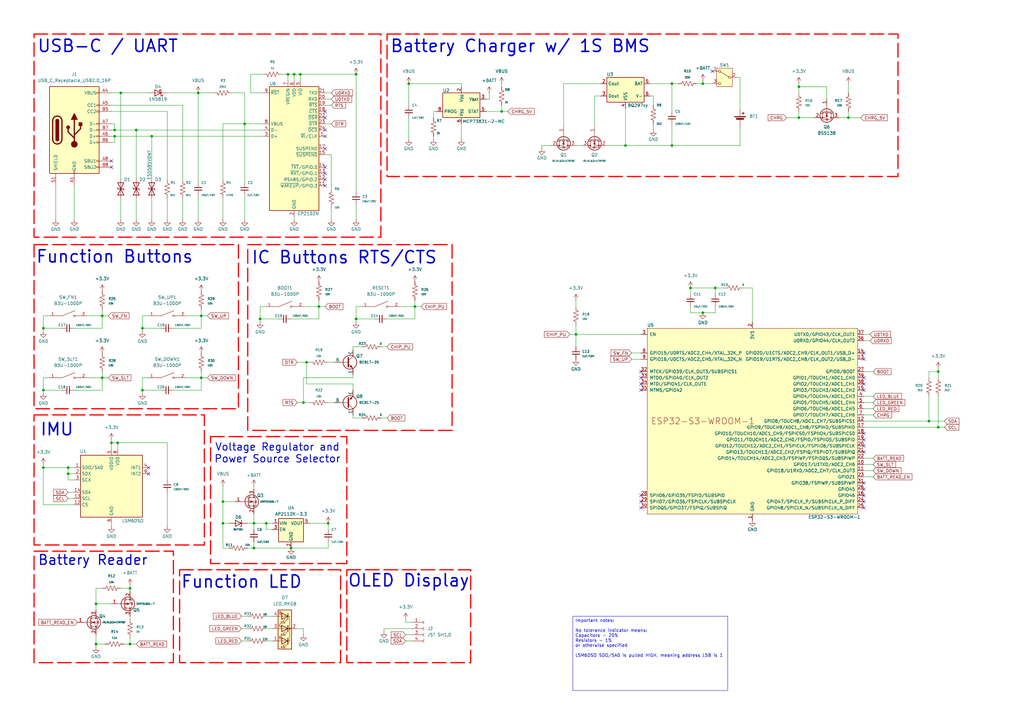
<source format=kicad_sch>
(kicad_sch (version 20250114) (generator "eeschema") (generator_version "9.0")
  (paper "A3")
  (title_block (title "IMU-RC Hand Unit") (date "2025-06-27") (rev "6") (company "ESTG-IPL"))
  (rectangle (start 86.36 179.07) (end 142.24 231.14) (stroke (width 0.508) (type dash) (color 255 0 0 1)))
  (rectangle (start 73.66 233.68) (end 139.7 271.78) (stroke (width 0.508) (type dash) (color 255 0 0 1)))
  (rectangle (start 158.75 13.97) (end 368.3 72.39) (stroke (width 0.508) (type dash) (color 255 0 0 1)))
  (rectangle (start 101.6 100.33) (end 185.42 176.53) (stroke (width 0.508) (type dash) (color 255 0 0 1)))
  (rectangle (start 13.97 170.18) (end 83.82 223.52) (stroke (width 0.508) (type dash) (color 255 0 0 1)))
  (rectangle (start 13.97 13.97) (end 156.21 97.282) (stroke (width 0.508) (type dash) (color 255 0 0 1)))
  (rectangle (start 13.97 100.33) (end 97.79 167.64) (stroke (width 0.508) (type dash) (color 255 0 0 1)))
  (rectangle (start 142.24 233.68) (end 193.04 271.78) (stroke (width 0.508) (type dash) (color 255 0 0 1)))
  (rectangle (start 13.97 226.06) (end 71.12 271.78) (stroke (width 0.508) (type dash) (color 255 0 0 1)))
  (text "Voltage Regulator and\nPower Source Selector\n" (at 113.792 185.928 0) (effects (font (size 3 3) (thickness 0.375))))
  (text "Battery Charger w/ 1S BMS\n" (at 213.36 19.05 0) (effects (font (size 5 5) (thickness 0.625))))
  (text "Function Buttons\n" (at 46.99 105.41 0) (effects (font (size 5 5) (thickness 0.625))))
  (text "IC Buttons RTS/CTS\n\n\n" (at 141.224 113.792 0) (effects (font (size 5 5) (thickness 0.625))))
  (text "USB-C / UART" (at 44.196 19.05 0) (effects (font (size 5 5) (thickness 0.625))))
  (text "Battery Reader\n" (at 38.1 229.87 0) (effects (font (size 4 4) (thickness 0.5))))
  (text "IMU" (at 23.368 176.276 0) (effects (font (size 5 5) (thickness 0.625))))
  (text "OLED Display\n" (at 167.64 238.252 0) (effects (font (size 5 5) (thickness 0.625))))
  (text "Function LED\n" (at 99.06 238.76 0) (effects (font (size 5 5) (thickness 0.625))))
  (text_box "Important notes:\n\nNo tolerance indicator means:\nCapacitors - 20%\nResistors - 1%\nor otherwise specified\n\nLSM6DSO SDO/SA0 is pulled HIGH, meaning address LSB is 1" (at 234.95 252.73 0) (size 63.5 30.48) (margins 0.9525 0.9525 0.9525 0.9525) (effects (font (size 1.27 1.27) (thickness 0.1588)) (justify left top)))
  (junction (at 53.34 264.16))
  (junction (at 205.74 45.72))
  (junction (at 167.64 34.29))
  (junction (at 381 172.72))
  (junction (at 124.46 165.1))
  (junction (at 82.55 129.54))
  (junction (at 125.73 148.59))
  (junction (at 58.42 134.62))
  (junction (at 39.37 247.65))
  (junction (at 275.59 34.29))
  (junction (at 293.37 118.11))
  (junction (at 146.05 130.81))
  (junction (at 46.99 53.34))
  (junction (at 46.99 55.88))
  (junction (at 384.81 152.4))
  (junction (at 27.94 191.77))
  (junction (at 17.78 134.62))
  (junction (at 49.53 38.1))
  (junction (at 62.23 55.88))
  (junction (at 91.44 214.63))
  (junction (at 288.29 34.29))
  (junction (at 120.65 30.48))
  (junction (at 53.34 241.3))
  (junction (at 82.55 154.94))
  (junction (at 41.91 154.94))
  (junction (at 55.88 53.34))
  (junction (at 146.05 30.48))
  (junction (at 27.94 194.31))
  (junction (at 104.14 224.79))
  (junction (at 123.19 30.48))
  (junction (at 39.37 264.16))
  (junction (at 327.66 48.26))
  (junction (at 106.68 130.81))
  (junction (at 81.28 38.1))
  (junction (at 256.54 59.69))
  (junction (at 91.44 205.74))
  (junction (at 384.81 175.26))
  (junction (at 288.29 128.27))
  (junction (at 100.33 50.8))
  (junction (at 134.62 214.63))
  (junction (at 275.59 59.69))
  (junction (at 170.18 125.73))
  (junction (at 236.22 137.16))
  (junction (at 48.26 181.61))
  (junction (at 41.91 129.54))
  (junction (at 17.78 191.77))
  (junction (at 283.21 118.11))
  (junction (at 119.38 224.79))
  (junction (at 17.78 160.02))
  (junction (at 104.14 214.63))
  (junction (at 45.72 181.61))
  (junction (at 347.98 48.26))
  (junction (at 58.42 160.02))
  (junction (at 118.11 30.48))
  (junction (at 109.22 214.63))
  (junction (at 130.81 125.73))
  (junction (at 327.66 35.56))
  (no_connect (at 292.1 29.21))
  (no_connect (at 133.35 55.88))
  (no_connect (at 262.89 205.74))
  (no_connect (at 262.89 152.4))
  (no_connect (at 45.72 68.58))
  (no_connect (at 133.35 71.12))
  (no_connect (at 354.33 203.2))
  (no_connect (at 354.33 144.78))
  (no_connect (at 45.72 66.04))
  (no_connect (at 262.89 203.2))
  (no_connect (at 354.33 185.42))
  (no_connect (at 354.33 147.32))
  (no_connect (at 354.33 157.48))
  (no_connect (at 262.89 154.94))
  (no_connect (at 133.35 48.26))
  (no_connect (at 60.96 191.77))
  (no_connect (at 354.33 182.88))
  (no_connect (at 262.89 208.28))
  (no_connect (at 133.35 76.2))
  (no_connect (at 133.35 68.58))
  (no_connect (at 354.33 205.74))
  (no_connect (at 354.33 200.66))
  (no_connect (at 133.35 60.96))
  (no_connect (at 354.33 154.94))
  (no_connect (at 133.35 73.66))
  (no_connect (at 133.35 45.72))
  (no_connect (at 354.33 160.02))
  (no_connect (at 262.89 160.02))
  (no_connect (at 133.35 53.34))
  (no_connect (at 354.33 180.34))
  (no_connect (at 354.33 177.8))
  (no_connect (at 354.33 198.12))
  (no_connect (at 262.89 157.48))
  (no_connect (at 60.96 194.31))
  (no_connect (at 354.33 208.28))
  (wire (pts (xy 134.62 224.79) (xy 119.38 224.79)))
  (wire (pts (xy 102.87 30.48) (xy 107.95 30.48)))
  (wire (pts (xy 41.91 134.62) (xy 41.91 129.54)))
  (wire (pts (xy 53.34 241.3) (xy 53.34 242.57)))
  (wire (pts (xy 354.33 167.64) (xy 358.14 167.64)))
  (wire (pts (xy 45.72 180.34) (xy 45.72 181.61)))
  (wire (pts (xy 85.09 129.54) (xy 82.55 129.54)))
  (wire (pts (xy 45.72 38.1) (xy 49.53 38.1)))
  (wire (pts (xy 17.78 160.02) (xy 17.78 154.94)))
  (wire (pts (xy 347.98 48.26) (xy 347.98 45.72)))
  (wire (pts (xy 120.65 30.48) (xy 118.11 30.48)))
  (wire (pts (xy 76.2 154.94) (xy 82.55 154.94)))
  (wire (pts (xy 146.05 130.81) (xy 146.05 125.73)))
  (wire (pts (xy 327.66 48.26) (xy 322.58 48.26)))
  (wire (pts (xy 231.14 34.29) (xy 246.38 34.29)))
  (wire (pts (xy 58.42 134.62) (xy 66.04 134.62)))
  (wire (pts (xy 275.59 34.29) (xy 278.13 34.29)))
  (wire (pts (xy 243.84 52.07) (xy 243.84 39.37)))
  (wire (pts (xy 144.78 160.02) (xy 144.78 157.48)))
  (wire (pts (xy 17.78 191.77) (xy 27.94 191.77)))
  (wire (pts (xy 91.44 50.8) (xy 91.44 73.66)))
  (wire (pts (xy 109.22 257.81) (xy 111.76 257.81)))
  (wire (pts (xy 45.72 184.15) (xy 45.72 181.61)))
  (wire (pts (xy 17.78 134.62) (xy 17.78 129.54)))
  (wire (pts (xy 200.66 38.1) (xy 200.66 40.64)))
  (wire (pts (xy 344.17 48.26) (xy 347.98 48.26)))
  (wire (pts (xy 82.55 127) (xy 82.55 129.54)))
  (wire (pts (xy 17.78 129.54) (xy 20.32 129.54)))
  (wire (pts (xy 27.94 191.77) (xy 27.94 194.31)))
  (wire (pts (xy 222.25 60.96) (xy 222.25 59.69)))
  (wire (pts (xy 170.18 123.19) (xy 170.18 125.73)))
  (wire (pts (xy 17.78 191.77) (xy 17.78 207.01)))
  (wire (pts (xy 27.94 191.77) (xy 30.48 191.77)))
  (wire (pts (xy 120.65 88.9) (xy 120.65 90.17)))
  (wire (pts (xy 177.8 45.72) (xy 179.07 45.72)))
  (wire (pts (xy 156.21 142.24) (xy 158.75 142.24)))
  (wire (pts (xy 109.22 214.63) (xy 111.76 214.63)))
  (wire (pts (xy 17.78 160.02) (xy 25.4 160.02)))
  (wire (pts (xy 354.33 152.4) (xy 358.14 152.4)))
  (wire (pts (xy 39.37 247.65) (xy 45.72 247.65)))
  (wire (pts (xy 100.33 50.8) (xy 107.95 50.8)))
  (wire (pts (xy 62.23 55.88) (xy 107.95 55.88)))
  (wire (pts (xy 354.33 170.18) (xy 358.14 170.18)))
  (wire (pts (xy 177.8 57.15) (xy 177.8 55.88)))
  (wire (pts (xy 303.53 31.75) (xy 303.53 44.45)))
  (wire (pts (xy 82.55 134.62) (xy 82.55 129.54)))
  (wire (pts (xy 30.48 76.2) (xy 30.48 90.17)))
  (wire (pts (xy 231.14 52.07) (xy 231.14 34.29)))
  (wire (pts (xy 100.33 38.1) (xy 100.33 50.8)))
  (wire (pts (xy 205.74 45.72) (xy 208.28 45.72)))
  (wire (pts (xy 384.81 152.4) (xy 381 152.4)))
  (wire (pts (xy 236.22 133.35) (xy 236.22 137.16)))
  (wire (pts (xy 354.33 139.7) (xy 356.87 139.7)))
  (wire (pts (xy 102.87 38.1) (xy 102.87 30.48)))
  (wire (pts (xy 124.46 165.1) (xy 127 165.1)))
  (wire (pts (xy 53.34 240.03) (xy 53.34 241.3)))
  (wire (pts (xy 347.98 48.26) (xy 353.06 48.26)))
  (wire (pts (xy 288.29 34.29) (xy 292.1 34.29)))
  (wire (pts (xy 91.44 205.74) (xy 96.52 205.74)))
  (wire (pts (xy 288.29 33.02) (xy 288.29 34.29)))
  (wire (pts (xy 134.62 214.63) (xy 127 214.63)))
  (wire (pts (xy 39.37 264.16) (xy 39.37 265.43)))
  (wire (pts (xy 384.81 151.13) (xy 384.81 152.4)))
  (wire (pts (xy 327.66 34.29) (xy 327.66 35.56)))
  (wire (pts (xy 46.99 55.88) (xy 46.99 58.42)))
  (wire (pts (xy 81.28 38.1) (xy 87.63 38.1)))
  (wire (pts (xy 30.48 160.02) (xy 41.91 160.02)))
  (wire (pts (xy 91.44 199.39) (xy 91.44 205.74)))
  (wire (pts (xy 157.48 257.81) (xy 168.91 257.81)))
  (wire (pts (xy 124.46 154.94) (xy 124.46 165.1)))
  (wire (pts (xy 189.23 35.56) (xy 189.23 34.29)))
  (wire (pts (xy 127 148.59) (xy 125.73 148.59)))
  (wire (pts (xy 109.22 262.89) (xy 111.76 262.89)))
  (wire (pts (xy 58.42 135.89) (xy 58.42 134.62)))
  (wire (pts (xy 55.88 53.34) (xy 55.88 73.66)))
  (wire (pts (xy 283.21 118.11) (xy 283.21 120.65)))
  (wire (pts (xy 53.34 252.73) (xy 53.34 254)))
  (wire (pts (xy 99.06 262.89) (xy 101.6 262.89)))
  (wire (pts (xy 144.78 170.18) (xy 144.78 171.45)))
  (wire (pts (xy 133.35 38.1) (xy 135.89 38.1)))
  (wire (pts (xy 267.97 50.8) (xy 267.97 53.34)))
  (wire (pts (xy 45.72 53.34) (xy 46.99 53.34)))
  (wire (pts (xy 133.35 50.8) (xy 135.89 50.8)))
  (wire (pts (xy 172.72 125.73) (xy 170.18 125.73)))
  (wire (pts (xy 144.78 142.24) (xy 148.59 142.24)))
  (wire (pts (xy 41.91 152.4) (xy 41.91 154.94)))
  (wire (pts (xy 133.35 125.73) (xy 130.81 125.73)))
  (wire (pts (xy 293.37 120.65) (xy 293.37 118.11)))
  (wire (pts (xy 236.22 137.16) (xy 236.22 142.24)))
  (wire (pts (xy 71.12 160.02) (xy 82.55 160.02)))
  (wire (pts (xy 76.2 129.54) (xy 82.55 129.54)))
  (wire (pts (xy 236.22 137.16) (xy 262.89 137.16)))
  (wire (pts (xy 17.78 161.29) (xy 17.78 160.02)))
  (wire (pts (xy 91.44 214.63) (xy 91.44 205.74)))
  (wire (pts (xy 101.6 224.79) (xy 104.14 224.79)))
  (wire (pts (xy 39.37 241.3) (xy 39.37 247.65)))
  (wire (pts (xy 58.42 154.94) (xy 60.96 154.94)))
  (wire (pts (xy 144.78 154.94) (xy 124.46 154.94)))
  (wire (pts (xy 134.62 222.25) (xy 134.62 224.79)))
  (wire (pts (xy 354.33 190.5) (xy 358.14 190.5)))
  (wire (pts (xy 55.88 53.34) (xy 107.95 53.34)))
  (wire (pts (xy 236.22 59.69) (xy 238.76 59.69)))
  (wire (pts (xy 275.59 59.69) (xy 303.53 59.69)))
  (wire (pts (xy 354.33 175.26) (xy 384.81 175.26)))
  (wire (pts (xy 39.37 264.16) (xy 43.18 264.16)))
  (wire (pts (xy 327.66 48.26) (xy 334.01 48.26)))
  (wire (pts (xy 189.23 50.8) (xy 189.23 57.15)))
  (wire (pts (xy 41.91 241.3) (xy 39.37 241.3)))
  (wire (pts (xy 58.42 129.54) (xy 60.96 129.54)))
  (wire (pts (xy 267.97 43.18) (xy 267.97 39.37)))
  (wire (pts (xy 58.42 161.29) (xy 58.42 160.02)))
  (wire (pts (xy 53.34 264.16) (xy 55.88 264.16)))
  (wire (pts (xy 68.58 45.72) (xy 68.58 73.66)))
  (wire (pts (xy 156.21 171.45) (xy 158.75 171.45)))
  (wire (pts (xy 68.58 45.72) (xy 45.72 45.72)))
  (wire (pts (xy 168.91 255.27) (xy 166.37 255.27)))
  (wire (pts (xy 134.62 165.1) (xy 137.16 165.1)))
  (wire (pts (xy 166.37 255.27) (xy 166.37 254)))
  (wire (pts (xy 91.44 81.28) (xy 91.44 90.17)))
  (wire (pts (xy 133.35 43.18) (xy 135.89 43.18)))
  (wire (pts (xy 304.8 118.11) (xy 308.61 118.11)))
  (wire (pts (xy 111.76 217.17) (xy 109.22 217.17)))
  (wire (pts (xy 167.64 34.29) (xy 167.64 43.18)))
  (wire (pts (xy 354.33 193.04) (xy 358.14 193.04)))
  (wire (pts (xy 146.05 83.82) (xy 146.05 90.17)))
  (wire (pts (xy 74.93 81.28) (xy 74.93 90.17)))
  (wire (pts (xy 135.89 85.09) (xy 135.89 90.17)))
  (wire (pts (xy 384.81 152.4) (xy 384.81 154.94)))
  (wire (pts (xy 293.37 128.27) (xy 288.29 128.27)))
  (wire (pts (xy 91.44 214.63) (xy 93.98 214.63)))
  (wire (pts (xy 99.06 257.81) (xy 101.6 257.81)))
  (wire (pts (xy 68.58 181.61) (xy 48.26 181.61)))
  (wire (pts (xy 30.48 134.62) (xy 41.91 134.62)))
  (wire (pts (xy 17.78 207.01) (xy 30.48 207.01)))
  (wire (pts (xy 46.99 58.42) (xy 45.72 58.42)))
  (wire (pts (xy 347.98 34.29) (xy 347.98 38.1)))
  (wire (pts (xy 45.72 55.88) (xy 46.99 55.88)))
  (wire (pts (xy 130.81 130.81) (xy 130.81 125.73)))
  (wire (pts (xy 27.94 196.85) (xy 30.48 196.85)))
  (wire (pts (xy 248.92 59.69) (xy 256.54 59.69)))
  (wire (pts (xy 109.22 217.17) (xy 109.22 214.63)))
  (wire (pts (xy 53.34 264.16) (xy 53.34 261.62)))
  (wire (pts (xy 74.93 43.18) (xy 74.93 73.66)))
  (wire (pts (xy 123.19 30.48) (xy 123.19 33.02)))
  (wire (pts (xy 104.14 210.82) (xy 104.14 214.63)))
  (wire (pts (xy 327.66 35.56) (xy 327.66 38.1)))
  (wire (pts (xy 100.33 50.8) (xy 100.33 74.93)))
  (wire (pts (xy 49.53 81.28) (xy 49.53 90.17)))
  (wire (pts (xy 44.45 129.54) (xy 41.91 129.54)))
  (wire (pts (xy 205.74 43.18) (xy 205.74 45.72)))
  (wire (pts (xy 71.12 134.62) (xy 82.55 134.62)))
  (wire (pts (xy 233.68 137.16) (xy 236.22 137.16)))
  (wire (pts (xy 85.09 154.94) (xy 82.55 154.94)))
  (wire (pts (xy 199.39 45.72) (xy 205.74 45.72)))
  (wire (pts (xy 256.54 59.69) (xy 275.59 59.69)))
  (wire (pts (xy 166.37 262.89) (xy 168.91 262.89)))
  (wire (pts (xy 68.58 38.1) (xy 81.28 38.1)))
  (wire (pts (xy 177.8 48.26) (xy 177.8 45.72)))
  (wire (pts (xy 46.99 50.8) (xy 45.72 50.8)))
  (wire (pts (xy 135.89 77.47) (xy 135.89 63.5)))
  (wire (pts (xy 101.6 214.63) (xy 104.14 214.63)))
  (wire (pts (xy 44.45 154.94) (xy 41.91 154.94)))
  (wire (pts (xy 200.66 40.64) (xy 199.39 40.64)))
  (wire (pts (xy 81.28 38.1) (xy 81.28 74.93)))
  (wire (pts (xy 91.44 214.63) (xy 91.44 224.79)))
  (wire (pts (xy 104.14 199.39) (xy 104.14 200.66)))
  (wire (pts (xy 104.14 222.25) (xy 104.14 224.79)))
  (wire (pts (xy 118.11 30.48) (xy 115.57 30.48)))
  (wire (pts (xy 58.42 160.02) (xy 58.42 154.94)))
  (wire (pts (xy 130.81 123.19) (xy 130.81 125.73)))
  (wire (pts (xy 39.37 250.19) (xy 39.37 247.65)))
  (wire (pts (xy 99.06 252.73) (xy 101.6 252.73)))
  (wire (pts (xy 95.25 38.1) (xy 100.33 38.1)))
  (wire (pts (xy 135.89 63.5) (xy 133.35 63.5)))
  (wire (pts (xy 58.42 134.62) (xy 58.42 129.54)))
  (wire (pts (xy 384.81 175.26) (xy 387.35 175.26)))
  (wire (pts (xy 125.73 157.48) (xy 125.73 148.59)))
  (wire (pts (xy 82.55 160.02) (xy 82.55 154.94)))
  (wire (pts (xy 68.58 81.28) (xy 68.58 90.17)))
  (wire (pts (xy 267.97 39.37) (xy 266.7 39.37)))
  (wire (pts (xy 288.29 128.27) (xy 283.21 128.27)))
  (wire (pts (xy 303.53 59.69) (xy 303.53 52.07)))
  (wire (pts (xy 222.25 59.69) (xy 226.06 59.69)))
  (wire (pts (xy 82.55 152.4) (xy 82.55 154.94)))
  (wire (pts (xy 236.22 125.73) (xy 236.22 123.19)))
  (wire (pts (xy 49.53 38.1) (xy 60.96 38.1)))
  (wire (pts (xy 283.21 118.11) (xy 293.37 118.11)))
  (wire (pts (xy 104.14 217.17) (xy 104.14 214.63)))
  (wire (pts (xy 41.91 127) (xy 41.91 129.54)))
  (wire (pts (xy 121.92 165.1) (xy 124.46 165.1)))
  (wire (pts (xy 256.54 44.45) (xy 256.54 59.69)))
  (wire (pts (xy 133.35 40.64) (xy 135.89 40.64)))
  (wire (pts (xy 384.81 162.56) (xy 384.81 175.26)))
  (wire (pts (xy 81.28 80.01) (xy 81.28 90.17)))
  (wire (pts (xy 35.56 129.54) (xy 41.91 129.54)))
  (wire (pts (xy 30.48 194.31) (xy 27.94 194.31)))
  (wire (pts (xy 339.09 35.56) (xy 327.66 35.56)))
  (wire (pts (xy 134.62 217.17) (xy 134.62 214.63)))
  (wire (pts (xy 170.18 130.81) (xy 170.18 125.73)))
  (wire (pts (xy 120.65 33.02) (xy 120.65 30.48)))
  (wire (pts (xy 293.37 125.73) (xy 293.37 128.27)))
  (wire (pts (xy 100.33 80.01) (xy 100.33 90.17)))
  (wire (pts (xy 327.66 48.26) (xy 327.66 45.72)))
  (wire (pts (xy 62.23 81.28) (xy 62.23 90.17)))
  (wire (pts (xy 121.92 148.59) (xy 125.73 148.59)))
  (wire (pts (xy 259.08 147.32) (xy 262.89 147.32)))
  (wire (pts (xy 354.33 137.16) (xy 356.87 137.16)))
  (wire (pts (xy 157.48 259.08) (xy 157.48 257.81)))
  (wire (pts (xy 17.78 190.5) (xy 17.78 191.77)))
  (wire (pts (xy 106.68 130.81) (xy 114.3 130.81)))
  (wire (pts (xy 109.22 252.73) (xy 111.76 252.73)))
  (wire (pts (xy 275.59 50.8) (xy 275.59 59.69)))
  (wire (pts (xy 68.58 196.85) (xy 68.58 181.61)))
  (wire (pts (xy 45.72 43.18) (xy 74.93 43.18)))
  (wire (pts (xy 146.05 30.48) (xy 146.05 78.74)))
  (wire (pts (xy 144.78 153.67) (xy 144.78 154.94)))
  (wire (pts (xy 22.86 76.2) (xy 22.86 90.17)))
  (wire (pts (xy 119.38 130.81) (xy 130.81 130.81)))
  (wire (pts (xy 41.91 160.02) (xy 41.91 154.94)))
  (wire (pts (xy 46.99 55.88) (xy 62.23 55.88)))
  (wire (pts (xy 62.23 55.88) (xy 62.23 73.66)))
  (wire (pts (xy 146.05 125.73) (xy 148.59 125.73)))
  (wire (pts (xy 17.78 134.62) (xy 25.4 134.62)))
  (wire (pts (xy 124.46 257.81) (xy 121.92 257.81)))
  (wire (pts (xy 27.94 204.47) (xy 30.48 204.47)))
  (wire (pts (xy 354.33 172.72) (xy 381 172.72)))
  (wire (pts (xy 107.95 38.1) (xy 102.87 38.1)))
  (wire (pts (xy 118.11 33.02) (xy 118.11 30.48)))
  (wire (pts (xy 266.7 34.29) (xy 275.59 34.29)))
  (wire (pts (xy 49.53 241.3) (xy 53.34 241.3)))
  (wire (pts (xy 283.21 128.27) (xy 283.21 125.73)))
  (wire (pts (xy 354.33 165.1) (xy 358.14 165.1)))
  (wire (pts (xy 45.72 214.63) (xy 45.72 215.9)))
  (wire (pts (xy 91.44 224.79) (xy 93.98 224.79)))
  (wire (pts (xy 45.72 181.61) (xy 48.26 181.61)))
  (wire (pts (xy 124.46 125.73) (xy 130.81 125.73)))
  (wire (pts (xy 27.94 201.93) (xy 30.48 201.93)))
  (wire (pts (xy 91.44 50.8) (xy 100.33 50.8)))
  (wire (pts (xy 144.78 157.48) (xy 125.73 157.48)))
  (wire (pts (xy 17.78 135.89) (xy 17.78 134.62)))
  (wire (pts (xy 27.94 194.31) (xy 27.94 196.85)))
  (wire (pts (xy 381 154.94) (xy 381 152.4)))
  (wire (pts (xy 144.78 143.51) (xy 144.78 142.24)))
  (wire (pts (xy 167.64 34.29) (xy 189.23 34.29)))
  (wire (pts (xy 144.78 171.45) (xy 148.59 171.45)))
  (wire (pts (xy 163.83 125.73) (xy 170.18 125.73)))
  (wire (pts (xy 39.37 260.35) (xy 39.37 264.16)))
  (wire (pts (xy 167.64 57.15) (xy 167.64 48.26)))
  (wire (pts (xy 146.05 130.81) (xy 153.67 130.81)))
  (wire (pts (xy 146.05 132.08) (xy 146.05 130.81)))
  (wire (pts (xy 123.19 30.48) (xy 146.05 30.48)))
  (wire (pts (xy 58.42 160.02) (xy 66.04 160.02)))
  (wire (pts (xy 158.75 130.81) (xy 170.18 130.81)))
  (wire (pts (xy 17.78 154.94) (xy 20.32 154.94)))
  (wire (pts (xy 293.37 118.11) (xy 297.18 118.11)))
  (wire (pts (xy 124.46 260.35) (xy 124.46 257.81)))
  (wire (pts (xy 106.68 132.08) (xy 106.68 130.81)))
  (wire (pts (xy 104.14 224.79) (xy 119.38 224.79)))
  (wire (pts (xy 354.33 162.56) (xy 358.14 162.56)))
  (wire (pts (xy 120.65 30.48) (xy 123.19 30.48)))
  (wire (pts (xy 106.68 130.81) (xy 106.68 125.73)))
  (wire (pts (xy 49.53 38.1) (xy 49.53 73.66)))
  (wire (pts (xy 339.09 40.64) (xy 339.09 35.56)))
  (wire (pts (xy 68.58 201.93) (xy 68.58 215.9)))
  (wire (pts (xy 275.59 45.72) (xy 275.59 34.29)))
  (wire (pts (xy 303.53 31.75) (xy 302.26 31.75)))
  (wire (pts (xy 354.33 187.96) (xy 358.14 187.96)))
  (wire (pts (xy 46.99 53.34) (xy 46.99 50.8)))
  (wire (pts (xy 106.68 125.73) (xy 109.22 125.73)))
  (wire (pts (xy 354.33 195.58) (xy 358.14 195.58)))
  (wire (pts (xy 308.61 118.11) (xy 308.61 132.08)))
  (wire (pts (xy 48.26 181.61) (xy 48.26 184.15)))
  (wire (pts (xy 381 172.72) (xy 387.35 172.72)))
  (wire (pts (xy 285.75 34.29) (xy 288.29 34.29)))
  (wire (pts (xy 46.99 53.34) (xy 55.88 53.34)))
  (wire (pts (xy 166.37 260.35) (xy 168.91 260.35)))
  (wire (pts (xy 55.88 81.28) (xy 55.88 90.17)))
  (wire (pts (xy 205.74 34.29) (xy 205.74 35.56)))
  (wire (pts (xy 243.84 39.37) (xy 246.38 39.37)))
  (wire (pts (xy 35.56 154.94) (xy 41.91 154.94)))
  (wire (pts (xy 104.14 214.63) (xy 109.22 214.63)))
  (wire (pts (xy 50.8 264.16) (xy 53.34 264.16)))
  (wire (pts (xy 381 172.72) (xy 381 162.56)))
  (wire (pts (xy 259.08 144.78) (xy 262.89 144.78)))
  (wire (pts (xy 134.62 148.59) (xy 137.16 148.59)))
  (global_label "BATT_READ" (shape input) (at 358.14 187.96 0) (property "Intersheetrefs" "${INTERSHEET_REFS}" (effects (hide yes))))
  (global_label "SW_SLT" (shape input) (at 44.45 154.94 0) (property "Intersheetrefs" "${INTERSHEET_REFS}" (effects (hide yes))))
  (global_label "BOOT" (shape input) (at 133.35 125.73 0) (property "Intersheetrefs" "${INTERSHEET_REFS}" (effects (hide yes))))
  (global_label "BATT_READ" (shape input) (at 55.88 264.16 0) (property "Intersheetrefs" "${INTERSHEET_REFS}" (effects (hide yes))))
  (global_label "BATT_READ_EN" (shape input) (at 358.14 195.58 0) (property "Intersheetrefs" "${INTERSHEET_REFS}" (effects (hide yes))))
  (global_label "RTS" (shape input) (at 135.89 43.18 0) (property "Intersheetrefs" "${INTERSHEET_REFS}" (effects (hide yes))))
  (global_label "CHIP_PU" (shape input) (at 172.72 125.73 0) (property "Intersheetrefs" "${INTERSHEET_REFS}" (effects (hide yes))))
  (global_label "SDA" (shape input) (at 387.35 172.72 0) (property "Intersheetrefs" "${INTERSHEET_REFS}" (effects (hide yes))))
  (global_label "CHRG" (shape input) (at 358.14 170.18 0) (property "Intersheetrefs" "${INTERSHEET_REFS}" (effects (hide yes))))
  (global_label "LED_BLUE" (shape input) (at 358.14 162.56 0) (property "Intersheetrefs" "${INTERSHEET_REFS}" (effects (hide yes))))
  (global_label "CHIP_PU" (shape input) (at 233.68 137.16 180) (property "Intersheetrefs" "${INTERSHEET_REFS}" (effects (hide yes))))
  (global_label "RTS" (shape input) (at 121.92 165.1 180) (property "Intersheetrefs" "${INTERSHEET_REFS}" (effects (hide yes))))
  (global_label "SCL" (shape input) (at 27.94 204.47 180) (property "Intersheetrefs" "${INTERSHEET_REFS}" (effects (hide yes))))
  (global_label "CHRG_5V" (shape input) (at 353.06 48.26 0) (property "Intersheetrefs" "${INTERSHEET_REFS}" (effects (hide yes))))
  (global_label "SW_UP" (shape input) (at 259.08 147.32 180) (property "Intersheetrefs" "${INTERSHEET_REFS}" (effects (hide yes))))
  (global_label "SCL" (shape input) (at 387.35 175.26 0) (property "Intersheetrefs" "${INTERSHEET_REFS}" (effects (hide yes))))
  (global_label "CHRG_5V" (shape input) (at 208.28 45.72 0) (property "Intersheetrefs" "${INTERSHEET_REFS}" (effects (hide yes))))
  (global_label "SDA" (shape input) (at 166.37 262.89 180) (property "Intersheetrefs" "${INTERSHEET_REFS}" (effects (hide yes))))
  (global_label "SW_FN" (shape input) (at 259.08 144.78 180) (property "Intersheetrefs" "${INTERSHEET_REFS}" (effects (hide yes))))
  (global_label "LED_RED" (shape input) (at 99.06 262.89 180) (property "Intersheetrefs" "${INTERSHEET_REFS}" (effects (hide yes))))
  (global_label "SW_FN" (shape input) (at 44.45 129.54 0) (property "Intersheetrefs" "${INTERSHEET_REFS}" (effects (hide yes))))
  (global_label "LED_BLUE" (shape input) (at 99.06 252.73 180) (property "Intersheetrefs" "${INTERSHEET_REFS}" (effects (hide yes))))
  (global_label "DTR" (shape input) (at 121.92 148.59 180) (property "Intersheetrefs" "${INTERSHEET_REFS}" (effects (hide yes))))
  (global_label "BOOT" (shape input) (at 358.14 152.4 0) (property "Intersheetrefs" "${INTERSHEET_REFS}" (effects (hide yes))))
  (global_label "U0RXD" (shape input) (at 356.87 139.7 0) (property "Intersheetrefs" "${INTERSHEET_REFS}" (effects (hide yes))))
  (global_label "U0TXD" (shape input) (at 356.87 137.16 0) (property "Intersheetrefs" "${INTERSHEET_REFS}" (effects (hide yes))))
  (global_label "SDA" (shape input) (at 27.94 201.93 180) (property "Intersheetrefs" "${INTERSHEET_REFS}" (effects (hide yes))))
  (global_label "LED_GREEN" (shape input) (at 358.14 165.1 0) (property "Intersheetrefs" "${INTERSHEET_REFS}" (effects (hide yes))))
  (global_label "SW_SLT" (shape input) (at 358.14 190.5 0) (property "Intersheetrefs" "${INTERSHEET_REFS}" (effects (hide yes))))
  (global_label "U0RXD" (shape input) (at 135.89 38.1 0) (property "Intersheetrefs" "${INTERSHEET_REFS}" (effects (hide yes))))
  (global_label "LED_RED" (shape input) (at 358.14 167.64 0) (property "Intersheetrefs" "${INTERSHEET_REFS}" (effects (hide yes))))
  (global_label "BATT_READ_EN" (shape input) (at 31.75 255.27 180) (property "Intersheetrefs" "${INTERSHEET_REFS}" (effects (hide yes))))
  (global_label "SW_UP" (shape input) (at 85.09 129.54 0) (property "Intersheetrefs" "${INTERSHEET_REFS}" (effects (hide yes))))
  (global_label "SW_DOWN" (shape input) (at 85.09 154.94 0) (property "Intersheetrefs" "${INTERSHEET_REFS}" (effects (hide yes))))
  (global_label "DTR" (shape input) (at 135.89 50.8 0) (property "Intersheetrefs" "${INTERSHEET_REFS}" (effects (hide yes))))
  (global_label "CHRG" (shape input) (at 322.58 48.26 180) (property "Intersheetrefs" "${INTERSHEET_REFS}" (effects (hide yes))))
  (global_label "U0TXD" (shape input) (at 135.89 40.64 0) (property "Intersheetrefs" "${INTERSHEET_REFS}" (effects (hide yes))))
  (global_label "SCL" (shape input) (at 166.37 260.35 180) (property "Intersheetrefs" "${INTERSHEET_REFS}" (effects (hide yes))))
  (global_label "LED_GREEN" (shape input) (at 99.06 257.81 180) (property "Intersheetrefs" "${INTERSHEET_REFS}" (effects (hide yes))))
  (global_label "SW_DOWN" (shape input) (at 358.14 193.04 0) (property "Intersheetrefs" "${INTERSHEET_REFS}" (effects (hide yes))))
  (global_label "BOOT" (shape input) (at 158.75 171.45 0) (property "Intersheetrefs" "${INTERSHEET_REFS}" (effects (hide yes))))
  (global_label "CHIP_PU" (shape input) (at 158.75 142.24 0) (property "Intersheetrefs" "${INTERSHEET_REFS}" (effects (hide yes))))
  (symbol (lib_id "power:GND") (at 74.93 90.17 0) (unit 1)
    (property "Reference" "#PWR036" (effects (hide yes)))
    (property "Value" "GND" (at 74.93 93.98 0))
    (property "Description" "Power symbol creates a global label with name \"GND\" , ground" (effects (hide yes)))
  )
  (symbol (lib_id "Device:C_Small") (at 146.05 81.28 180) (unit 1)
    (property "Reference" "C3" (at 148.59 80.6386 0) (effects (font (size 1 1)) (justify right)))
    (property "Value" "10uF/25V" (at 148.59 82.5435 0) (effects (font (size 0.75 0.75)) (justify right)))
    (property "Footprint" "Capacitor_SMD:C_0603_1608Metric" (effects (hide yes)))
  )
  (symbol (lib_id "power:+3.3V") (at 45.72 180.34 0) (unit 1)
    (property "Reference" "#PWR059" (effects (hide yes)))
    (property "Value" "+3.3V" (at 45.72 175.26 0))
    (property "Description" "Power symbol creates a global label with name \"+3.3V\"" (effects (hide yes)))
  )
  (symbol (lib_id "power:GND") (at 68.58 90.17 0) (unit 1)
    (property "Reference" "#PWR032" (effects (hide yes)))
    (property "Value" "GND" (at 68.58 93.98 0))
    (property "Description" "Power symbol creates a global label with name \"GND\" , ground" (effects (hide yes)))
  )
  (symbol (lib_id "Device:R_US") (at 347.98 41.91 0) (mirror x) (unit 1)
    (property "Reference" "R17" (at 345.44 41.275 0) (effects (font (size 1 1)) (justify right)))
    (property "Value" "10k" (at 345.44 43.1799 0) (effects (font (size 0.75 0.75)) (justify right)))
    (property "Footprint" "Resistor_SMD:R_0805_2012Metric" (effects (hide yes)))
  )
  (symbol (lib_id "power:GND") (at 68.58 215.9 0) (unit 1)
    (property "Reference" "#PWR026" (effects (hide yes)))
    (property "Value" "GND" (at 68.58 219.964 0))
    (property "Description" "Power symbol creates a global label with name \"GND\" , ground" (effects (hide yes)))
  )
  (symbol (lib_id "power:GND") (at 222.25 60.96 0) (unit 1)
    (property "Reference" "#PWR012" (effects (hide yes)))
    (property "Value" "GND" (at 222.25 64.77 0))
    (property "Description" "Power symbol creates a global label with name \"GND\" , ground" (effects (hide yes)))
  )
  (symbol (lib_id "power:GND") (at 146.05 90.17 0) (unit 1)
    (property "Reference" "#PWR041" (effects (hide yes)))
    (property "Value" "GND" (at 146.05 93.98 0))
    (property "Description" "Power symbol creates a global label with name \"GND\" , ground" (effects (hide yes)))
  )
  (symbol (lib_id "Device:C_Small") (at 167.64 45.72 0) (unit 1)
    (property "Reference" "C4" (at 168.91 43.18 0) (effects (font (size 1 1)) (justify left)))
    (property "Value" "1uF/16V" (at 168.91 48.26 0) (effects (font (size 0.75 0.75)) (justify left)))
    (property "Footprint" "Capacitor_SMD:C_0603_1608Metric" (effects (hide yes)))
  )
  (symbol (lib_id "Device:C_Small") (at 68.58 160.02 90) (mirror x) (unit 1)
    (property "Reference" "C20" (at 66.04 158.75 90) (effects (font (size 1 1))))
    (property "Value" "100nF/50V" (at 74.93 158.75 90) (effects (font (size 0.75 0.75))))
    (property "Footprint" "Capacitor_SMD:C_0805_2012Metric" (effects (hide yes)))
  )
  (symbol (lib_id "power:+3.3V") (at 17.78 190.5 0) (unit 1)
    (property "Reference" "#PWR046" (effects (hide yes)))
    (property "Value" "+3.3V" (at 17.78 185.42 0))
    (property "Description" "Power symbol creates a global label with name \"+3.3V\"" (effects (hide yes)))
  )
  (symbol (lib_id "power:GND") (at 189.23 57.15 0) (unit 1)
    (property "Reference" "#PWR044" (effects (hide yes)))
    (property "Value" "GND" (at 189.23 60.96 0))
    (property "Description" "Power symbol creates a global label with name \"GND\" , ground" (effects (hide yes)))
  )
  (symbol (lib_id "Battery_Management:BQ297xy") (at 256.54 36.83 0) (mirror y) (unit 1)
    (property "Reference" "U3" (at 250.19 30.48 0))
    (property "Value" "BQ297xy" (at 261.62 43.18 0))
    (property "Footprint" "Package_SON:WSON-6_1.5x1.5mm_P0.5mm" (effects (hide yes)))
    (property "Datasheet" "http://www.ti.com/lit/ds/symlink/bq2970.pdf" (effects (hide yes)))
    (property "Description" "Voltage and Current Protection for Single-Cell Li-Ion and Li-Polymer Batteries" (effects (hide yes)))
  )
  (symbol (lib_id "Device:R_US") (at 327.66 41.91 180) (unit 1)
    (property "Reference" "R16" (at 330.2 41.275 0) (effects (font (size 1 1)) (justify right)))
    (property "Value" "10k" (at 330.2 43.1799 0) (effects (font (size 0.75 0.75)) (justify right)))
    (property "Footprint" "Resistor_SMD:R_0805_2012Metric" (effects (hide yes)))
  )
  (symbol (lib_id "power:+3.3V") (at 327.66 34.29 0) (unit 1)
    (property "Reference" "#PWR033" (effects (hide yes)))
    (property "Value" "+3.3V" (at 327.66 29.21 0))
    (property "Description" "Power symbol creates a global label with name \"+3.3V\"" (effects (hide yes)))
  )
  (symbol (lib_id "power:GND") (at 62.23 90.17 0) (unit 1)
    (property "Reference" "#PWR031" (effects (hide yes)))
    (property "Value" "GND" (at 62.23 93.98 0))
    (property "Description" "Power symbol creates a global label with name \"GND\" , ground" (effects (hide yes)))
  )
  (symbol (lib_id "power:GND") (at 39.37 265.43 0) (unit 1)
    (property "Reference" "#PWR021" (effects (hide yes)))
    (property "Value" "GND" (at 39.37 269.24 0))
    (property "Description" "Power symbol creates a global label with name \"GND\" , ground" (effects (hide yes)))
  )
  (symbol (lib_id "Device:LED_RKGB") (at 116.84 257.81 180) (unit 1)
    (property "Reference" "D7" (at 116.84 245.11 0))
    (property "Value" "LED_RKGB" (at 116.84 247.65 0))
    (property "Footprint" "IMURCLibrary:LED_D5.0mm-4_RKGB" (effects (hide yes)))
    (property "Description" "RGB LED, red/cathode/green/blue" (effects (hide yes)))
  )
  (symbol (lib_id "B3U-1000P:B3U-1000P") (at 27.94 129.54 0) (unit 1)
    (property "Reference" "SW_FN1" (at 27.94 121.92 0))
    (property "Value" "B3U-1000P" (at 27.94 124.46 0))
    (property "Footprint" "Button_Switch_SMD:SW_SPST_PTS647_Sx50" (effects (hide yes)))
    (property "MF" "Omron" (effects (hide yes)))
    (property "DESCRIPTION" "Tactile Switch SPST-NO Top Actuated Surface Mount" (effects (hide yes)))
    (property "PACKAGE" "None" (effects (hide yes)))
    (property "PRICE" "None" (effects (hide yes)))
    (property "MP" "B3U-1000P" (effects (hide yes)))
    (property "AVAILABILITY" "Unavailable" (effects (hide yes)))
  )
  (symbol (lib_id "power:+3.3V") (at 236.22 123.19 0) (unit 1)
    (property "Reference" "#PWR024" (effects (hide yes)))
    (property "Value" "+3.3V" (at 236.22 118.11 0))
    (property "Description" "Power symbol creates a global label with name \"+3.3V\"" (effects (hide yes)))
  )
  (symbol (lib_id "Transistor_FET:BSS138") (at 339.09 45.72 270) (unit 1)
    (property "Reference" "Q6" (at 339.09 52.07 90))
    (property "Value" "BSS138" (at 339.09 54.61 90))
    (property "Footprint" "Package_TO_SOT_SMD:SOT-23" (effects (hide yes)))
    (property "Datasheet" "https://www.onsemi.com/pub/Collateral/BSS138-D.PDF" (effects (hide yes)))
    (property "Description" "50V Vds, 0.22A Id, N-Channel MOSFET, SOT-23" (effects (hide yes)))
  )
  (symbol (lib_id "power:GND") (at 49.53 90.17 0) (unit 1)
    (property "Reference" "#PWR013" (effects (hide yes)))
    (property "Value" "GND" (at 49.53 93.98 0))
    (property "Description" "Power symbol creates a global label with name \"GND\" , ground" (effects (hide yes)))
  )
  (symbol (lib_id "Device:R_US") (at 381 158.75 0) (unit 1)
    (property "Reference" "R20" (at 378.46 158.115 0) (effects (font (size 1 1)) (justify right)))
    (property "Value" "2k2" (at 378.46 160.0199 0) (effects (font (size 0.75 0.75)) (justify right)))
    (property "Footprint" "Resistor_SMD:R_0805_2012Metric" (effects (hide yes)))
  )
  (symbol (lib_id "power:VBUS") (at 347.98 34.29 0) (unit 1)
    (property "Reference" "#PWR020" (effects (hide yes)))
    (property "Value" "VBUS" (at 347.98 29.21 0))
    (property "Description" "Power symbol creates a global label with name \"VBUS\"" (effects (hide yes)))
  )
  (symbol (lib_id "Device:C_Small") (at 275.59 48.26 0) (unit 1)
    (property "Reference" "C5" (at 276.86 45.72 0) (effects (font (size 1 1)) (justify left)))
    (property "Value" "100nF/16V" (at 276.86 50.8 0) (effects (font (size 0.75 0.75)) (justify left)))
    (property "Footprint" "Capacitor_SMD:C_0603_1608Metric" (effects (hide yes)))
  )
  (symbol (lib_id "Device:C_Small") (at 100.33 77.47 0) (unit 1)
    (property "Reference" "C2" (at 101.6 74.93 0) (effects (font (size 1 1)) (justify left)))
    (property "Value" "1uF/16V" (at 101.346 80.01 0) (effects (font (size 0.75 0.75)) (justify left)))
    (property "Footprint" "Capacitor_SMD:C_0603_1608Metric" (effects (hide yes)))
  )
  (symbol (lib_id "Device:R_US") (at 267.97 46.99 180) (unit 1)
    (property "Reference" "R9" (at 269.24 43.18 0) (effects (font (size 1 1)) (justify right)))
    (property "Value" "2k2" (at 269.24 50.8 0) (effects (font (size 0.75 0.75)) (justify right)))
    (property "Footprint" "Resistor_SMD:R_0805_2012Metric" (effects (hide yes)))
  )
  (symbol (lib_id "power:+3.3V") (at 146.05 30.48 0) (unit 1)
    (property "Reference" "#PWR040" (effects (hide yes)))
    (property "Value" "+3.3V" (at 146.05 25.4 0))
    (property "Description" "Power symbol creates a global label with name \"+3.3V\"" (effects (hide yes)))
  )
  (symbol (lib_id "Device:R_US") (at 82.55 123.19 180) (unit 1)
    (property "Reference" "R29" (at 85.09 122.555 0) (effects (font (size 1 1)) (justify right)))
    (property "Value" "10k" (at 85.09 124.4599 0) (effects (font (size 0.75 0.75)) (justify right)))
    (property "Footprint" "Resistor_SMD:R_0805_2012Metric" (effects (hide yes)))
  )
  (symbol (lib_id "power:+BATT") (at 53.34 240.03 0) (unit 1)
    (property "Reference" "#PWR022" (effects (hide yes)))
    (property "Value" "+BATT" (at 53.34 234.95 0))
    (property "Description" "Power symbol creates a global label with name \"+BATT\"" (effects (hide yes)))
  )
  (symbol (lib_id "power:+BATT") (at 200.66 38.1 0) (unit 1)
    (property "Reference" "#PWR016" (effects (hide yes)))
    (property "Value" "+BATT" (at 200.66 33.02 0))
    (property "Description" "Power symbol creates a global label with name \"+BATT\"" (effects (hide yes)))
  )
  (symbol (lib_id "Device:C_Small") (at 134.62 219.71 0) (unit 1)
    (property "Reference" "C7" (at 135.89 217.17 0) (effects (font (size 1 1)) (justify left)))
    (property "Value" "1uF/16V" (at 135.89 222.25 0) (effects (font (size 0.75 0.75)) (justify left)))
    (property "Footprint" "Capacitor_SMD:C_0805_2012Metric" (effects (hide yes)))
  )
  (symbol (lib_id "B3U-1000P:B3U-1000P") (at 68.58 154.94 0) (unit 1)
    (property "Reference" "SW_DOWN1" (at 68.58 147.32 0))
    (property "Value" "B3U-1000P" (at 68.58 149.86 0))
    (property "Footprint" "Button_Switch_SMD:SW_SPST_PTS647_Sx50" (effects (hide yes)))
    (property "MF" "Omron" (effects (hide yes)))
    (property "DESCRIPTION" "Tactile Switch SPST-NO Top Actuated Surface Mount" (effects (hide yes)))
    (property "PACKAGE" "None" (effects (hide yes)))
    (property "PRICE" "None" (effects (hide yes)))
    (property "MP" "B3U-1000P" (effects (hide yes)))
    (property "AVAILABILITY" "Unavailable" (effects (hide yes)))
  )
  (symbol (lib_id "Device:R_US") (at 97.79 224.79 270) (unit 1)
    (property "Reference" "R11" (at 93.98 223.52 90) (effects (font (size 1 1))))
    (property "Value" "10k" (at 101.6 223.52 90) (effects (font (size 0.75 0.75))))
    (property "Footprint" "Resistor_SMD:R_0805_2012Metric" (effects (hide yes)))
  )
  (symbol (lib_id "power:+3.3V") (at 166.37 254 0) (unit 1)
    (property "Reference" "#PWR056" (effects (hide yes)))
    (property "Value" "+3.3V" (at 166.37 248.92 0))
    (property "Description" "Power symbol creates a global label with name \"+3.3V\"" (effects (hide yes)))
  )
  (symbol (lib_id "power:VBUS") (at 91.44 199.39 0) (unit 1)
    (property "Reference" "#PWR08" (effects (hide yes)))
    (property "Value" "VBUS" (at 91.44 194.31 0))
    (property "Description" "Power symbol creates a global label with name \"VBUS\"" (effects (hide yes)))
  )
  (symbol (lib_id "Device:R_US") (at 130.81 148.59 90) (mirror x) (unit 1)
    (property "Reference" "R19" (at 130.81 143.51 90) (effects (font (size 1 1))))
    (property "Value" "10k" (at 130.81 146.05 90) (effects (font (size 0.75 0.75))))
    (property "Footprint" "Resistor_SMD:R_0805_2012Metric" (effects (hide yes)))
  )
  (symbol (lib_id "power:GND") (at 288.29 128.27 0) (unit 1)
    (property "Reference" "#PWR019" (effects (hide yes)))
    (property "Value" "GND" (at 288.29 132.334 0))
    (property "Description" "Power symbol creates a global label with name \"GND\" , ground" (effects (hide yes)))
  )
  (symbol (lib_id "Device:R_US") (at 281.94 34.29 90) (unit 1)
    (property "Reference" "R10" (at 281.94 29.21 90) (effects (font (size 1 1))))
    (property "Value" "330" (at 281.94 31.75 90) (effects (font (size 0.75 0.75))))
    (property "Footprint" "Resistor_SMD:R_0805_2012Metric" (effects (hide yes)))
  )
  (symbol (lib_id "Device:D_TVS") (at 55.88 77.47 90) (unit 1)
    (property "Reference" "D2" (at 57.15 73.66 90) (effects (justify right)))
    (property "Value" "ESD5B5V0WT" (effects (hide yes)))
    (property "Footprint" "Diode_SMD:D_SOD-523" (effects (hide yes)))
  )
  (symbol (lib_id "power:GND") (at 81.28 90.17 0) (unit 1)
    (property "Reference" "#PWR037" (effects (hide yes)))
    (property "Value" "GND" (at 81.28 93.98 0))
    (property "Description" "Power symbol creates a global label with name \"GND\" , ground" (effects (hide yes)))
  )
  (symbol (lib_id "Device:R_US") (at 130.81 165.1 90) (mirror x) (unit 1)
    (property "Reference" "R22" (at 130.81 160.02 90) (effects (font (size 1 1))))
    (property "Value" "10k" (at 130.81 162.56 90) (effects (font (size 0.75 0.75))))
    (property "Footprint" "Resistor_SMD:R_0805_2012Metric" (effects (hide yes)))
  )
  (symbol (lib_id "power:+3.3V") (at 41.91 119.38 0) (unit 1)
    (property "Reference" "#PWR047" (effects (hide yes)))
    (property "Value" "+3.3V" (at 41.91 114.3 0))
    (property "Description" "Power symbol creates a global label with name \"+3.3V\"" (effects (hide yes)))
  )
  (symbol (lib_id "Battery_Management:MCP73831-2-MC") (at 189.23 43.18 0) (unit 1)
    (property "Reference" "U2" (at 181.61 37.084 0) (effects (justify left)))
    (property "Value" "MCP73831-2-MC" (at 189.738 49.784 0) (effects (justify left)))
    (property "Footprint" "Package_DFN_QFN:DFN-8-1EP_3x2mm_P0.5mm_EP1.7x1.4mm" (effects (hide yes)))
    (property "Datasheet" "http://ww1.microchip.com/downloads/en/DeviceDoc/20001984g.pdf" (effects (hide yes)))
    (property "Description" "Single cell, Li-Ion/Li-Po charge management controller, 4.20V, Tri-State Status Output, in DFN-8 package" (effects (hide yes)))
  )
  (symbol (lib_id "B3U-1000P:B3U-1000P") (at 27.94 154.94 0) (unit 1)
    (property "Reference" "SW_SLT1" (at 27.94 147.32 0))
    (property "Value" "B3U-1000P" (at 27.94 149.86 0))
    (property "Footprint" "Button_Switch_SMD:SW_SPST_PTS647_Sx50" (effects (hide yes)))
    (property "MF" "Omron" (effects (hide yes)))
    (property "DESCRIPTION" "Tactile Switch SPST-NO Top Actuated Surface Mount" (effects (hide yes)))
    (property "PACKAGE" "None" (effects (hide yes)))
    (property "PRICE" "None" (effects (hide yes)))
    (property "MP" "B3U-1000P" (effects (hide yes)))
    (property "AVAILABILITY" "Unavailable" (effects (hide yes)))
  )
  (symbol (lib_id "Device:R_US") (at 91.44 77.47 180) (unit 1)
    (property "Reference" "R4" (at 92.71 74.93 0) (effects (font (size 1 1)) (justify right)))
    (property "Value" "47k5" (at 92.71 80.01 0) (effects (font (size 0.75 0.75)) (justify right)))
    (property "Footprint" "Resistor_SMD:R_0805_2012Metric" (effects (hide yes)))
  )
  (symbol (lib_id "Transistor_FET:AO3400A") (at 36.83 255.27 0) (unit 1)
    (property "Reference" "Q4" (at 40.64 252.73 0) (effects (justify left)))
    (property "Value" "IRLML6344TRPBF" (at 41.91 255.27 0) (effects (font (size 0.75 0.75)) (justify left)))
    (property "Footprint" "Package_TO_SOT_SMD:SOT-23" (effects (hide yes)))
    (property "Datasheet" "http://www.aosmd.com/pdfs/datasheet/AO3400A.pdf" (effects (hide yes)))
    (property "Description" "30V Vds, 5.7A Id, N-Channel MOSFET, SOT-23" (effects (hide yes)))
  )
  (symbol (lib_id "B3U-1000P:B3U-1000P") (at 68.58 129.54 0) (unit 1)
    (property "Reference" "SW_UP1" (at 68.58 121.92 0))
    (property "Value" "B3U-1000P" (at 68.58 124.46 0))
    (property "Footprint" "Button_Switch_SMD:SW_SPST_PTS647_Sx50" (effects (hide yes)))
    (property "MF" "Omron" (effects (hide yes)))
    (property "DESCRIPTION" "Tactile Switch SPST-NO Top Actuated Surface Mount" (effects (hide yes)))
    (property "PACKAGE" "None" (effects (hide yes)))
    (property "PRICE" "None" (effects (hide yes)))
    (property "MP" "B3U-1000P" (effects (hide yes)))
    (property "AVAILABILITY" "Unavailable" (effects (hide yes)))
  )
  (symbol (lib_id "Device:R_US") (at 46.99 264.16 270) (unit 1)
    (property "Reference" "R14" (at 46.99 259.08 90) (effects (font (size 1 1))))
    (property "Value" "11k" (at 46.99 261.62 90) (effects (font (size 0.75 0.75))))
    (property "Footprint" "Resistor_SMD:R_0805_2012Metric" (effects (hide yes)))
  )
  (symbol (lib_id "power:GND") (at 58.42 135.89 0) (unit 1)
    (property "Reference" "#PWR052" (effects (hide yes)))
    (property "Value" "GND" (at 58.42 139.954 0))
    (property "Description" "Power symbol creates a global label with name \"GND\" , ground" (effects (hide yes)))
  )
  (symbol (lib_id "power:+3.3V") (at 130.81 115.57 0) (unit 1)
    (property "Reference" "#PWR048" (effects (hide yes)))
    (property "Value" "+3.3V" (at 130.81 110.49 0))
    (property "Description" "Power symbol creates a global label with name \"+3.3V\"" (effects (hide yes)))
  )
  (symbol (lib_id "Switch:SW_SPDT") (at 297.18 31.75 0) (mirror y) (unit 1)
    (property "Reference" "SW1" (at 297.18 26.67 0))
    (property "Value" "SW_SPDT" (effects (hide yes)))
    (property "Footprint" "Button_Switch_THT:SW_Slide_SPDT_Angled_CK_OS102011MA1Q" (effects (hide yes)))
    (property "Description" "Switch, single pole double throw" (effects (hide yes)))
  )
  (symbol (lib_id "power:GND") (at 267.97 53.34 0) (unit 1)
    (property "Reference" "#PWR035" (effects (hide yes)))
    (property "Value" "GND" (at 267.97 57.15 0))
    (property "Description" "Power symbol creates a global label with name \"GND\" , ground" (effects (hide yes)))
  )
  (symbol (lib_id "Device:R_US") (at 177.8 52.07 0) (unit 1)
    (property "Reference" "R7" (at 179.07 49.53 0) (effects (font (size 1 1)) (justify left)))
    (property "Value" "2k" (at 179.07 54.61 0) (effects (font (size 0.75 0.75)) (justify left)))
    (property "Footprint" "Resistor_SMD:R_0805_2012Metric" (effects (hide yes)))
  )
  (symbol (lib_id "Device:R_US") (at 68.58 77.47 180) (unit 1)
    (property "Reference" "R1" (at 69.85 74.93 0) (effects (font (size 1 1)) (justify right)))
    (property "Value" "5k1" (at 69.85 80.01 0) (effects (font (size 0.75 0.75)) (justify right)))
    (property "Footprint" "Resistor_SMD:R_0805_2012Metric" (effects (hide yes)))
  )
  (symbol (lib_id "Device:R_US") (at 91.44 38.1 270) (mirror x) (unit 1)
    (property "Reference" "R3" (at 91.44 33.02 90) (effects (font (size 1 1))))
    (property "Value" "22k1" (at 91.44 35.56 90) (effects (font (size 0.75 0.75))))
    (property "Footprint" "Resistor_SMD:R_0805_2012Metric" (effects (hide yes)))
  )
  (symbol (lib_id "power:GND") (at 146.05 132.08 0) (unit 1)
    (property "Reference" "#PWR028" (effects (hide yes)))
    (property "Value" "GND" (at 146.05 136.144 0))
    (property "Description" "Power symbol creates a global label with name \"GND\" , ground" (effects (hide yes)))
  )
  (symbol (lib_id "power:VBUS") (at 81.28 38.1 0) (unit 1)
    (property "Reference" "#PWR034" (effects (hide yes)))
    (property "Value" "VBUS" (at 81.28 33.02 0))
    (property "Description" "Power symbol creates a global label with name \"VBUS\"" (effects (hide yes)))
  )
  (symbol (lib_id "Device:R_US") (at 105.41 262.89 270) (unit 1)
    (property "Reference" "R31" (at 101.6 261.874 90) (effects (font (size 1 1))))
    (property "Value" "330" (at 108.712 262.128 90) (effects (font (size 0.75 0.75))))
    (property "Footprint" "Resistor_SMD:R_0805_2012Metric" (effects (hide yes)))
  )
  (symbol (lib_id "Device:R_US") (at 152.4 142.24 90) (unit 1)
    (property "Reference" "R23" (at 148.59 140.97 90) (effects (font (size 1 1))))
    (property "Value" "0" (at 156.21 140.97 90) (effects (font (size 0.75 0.75))))
    (property "Footprint" "Resistor_SMD:R_1206_3216Metric" (effects (hide yes)))
  )
  (symbol (lib_id "Device:R_US") (at 53.34 257.81 0) (unit 1)
    (property "Reference" "R13" (at 55.88 257.175 0) (effects (font (size 1 1)) (justify left)))
    (property "Value" "3k" (at 55.88 259.0799 0) (effects (font (size 0.75 0.75)) (justify left)))
    (property "Footprint" "Resistor_SMD:R_0805_2012Metric" (effects (hide yes)))
  )
  (symbol (lib_id "Device:R_US") (at 74.93 77.47 180) (unit 1)
    (property "Reference" "R2" (at 76.2 74.93 0) (effects (font (size 1 1)) (justify right)))
    (property "Value" "5k1" (at 76.2 80.01 0) (effects (font (size 0.75 0.75)) (justify right)))
    (property "Footprint" "Resistor_SMD:R_0805_2012Metric" (effects (hide yes)))
  )
  (symbol (lib_id "power:+3.3V") (at 134.62 214.63 0) (unit 1)
    (property "Reference" "#PWR010" (effects (hide yes)))
    (property "Value" "+3.3V" (at 134.62 209.55 0))
    (property "Description" "Power symbol creates a global label with name \"+3.3V\"" (effects (hide yes)))
  )
  (symbol (lib_id "power:GND") (at 30.48 90.17 0) (unit 1)
    (property "Reference" "#PWR023" (effects (hide yes)))
    (property "Value" "GND" (at 30.48 93.98 0))
    (property "Description" "Power symbol creates a global label with name \"GND\" , ground" (effects (hide yes)))
  )
  (symbol (lib_id "power:GND") (at 22.86 90.17 0) (unit 1)
    (property "Reference" "#PWR029" (effects (hide yes)))
    (property "Value" "GND" (at 22.86 93.98 0))
    (property "Description" "Power symbol creates a global label with name \"GND\" , ground" (effects (hide yes)))
  )
  (symbol (lib_id "Device:C_Small") (at 27.94 134.62 90) (mirror x) (unit 1)
    (property "Reference" "C17" (at 25.4 133.35 90) (effects (font (size 1 1))))
    (property "Value" "100nF/50V" (at 34.29 133.35 90) (effects (font (size 0.75 0.75))))
    (property "Footprint" "Capacitor_SMD:C_0805_2012Metric" (effects (hide yes)))
  )
  (symbol (lib_id "power:+3.3V") (at 384.81 151.13 0) (unit 1)
    (property "Reference" "#PWR09" (effects (hide yes)))
    (property "Value" "+3.3V" (at 384.81 146.05 0))
    (property "Description" "Power symbol creates a global label with name \"+3.3V\"" (effects (hide yes)))
  )
  (symbol (lib_id "power:GND") (at 119.38 224.79 0) (unit 1)
    (property "Reference" "#PWR05" (effects (hide yes)))
    (property "Value" "GND" (at 119.38 228.6 0))
    (property "Description" "Power symbol creates a global label with name \"GND\" , ground" (effects (hide yes)))
  )
  (symbol (lib_id "power:GND") (at 177.8 57.15 0) (unit 1)
    (property "Reference" "#PWR015" (effects (hide yes)))
    (property "Value" "GND" (at 177.8 60.96 0))
    (property "Description" "Power symbol creates a global label with name \"GND\" , ground" (effects (hide yes)))
  )
  (symbol (lib_id "Device:D_TVS") (at 62.23 77.47 90) (unit 1)
    (property "Reference" "D3" (at 63.5 73.66 90) (effects (justify right)))
    (property "Value" "ESD5B5V0WT" (at 61.214 61.468 0) (effects (justify right)))
    (property "Footprint" "Diode_SMD:D_SOD-523" (effects (hide yes)))
  )
  (symbol (lib_id "power:GND") (at 55.88 90.17 0) (unit 1)
    (property "Reference" "#PWR030" (effects (hide yes)))
    (property "Value" "GND" (at 55.88 93.98 0))
    (property "Description" "Power symbol creates a global label with name \"GND\" , ground" (effects (hide yes)))
  )
  (symbol (lib_id "Device:R_US") (at 170.18 119.38 180) (unit 1)
    (property "Reference" "R26" (at 172.72 118.745 0) (effects (font (size 1 1)) (justify right)))
    (property "Value" "10k" (at 172.72 120.6499 0) (effects (font (size 0.75 0.75)) (justify right)))
    (property "Footprint" "Resistor_SMD:R_0805_2012Metric" (effects (hide yes)))
  )
  (symbol (lib_id "power:GND") (at 91.44 90.17 0) (unit 1)
    (property "Reference" "#PWR01" (effects (hide yes)))
    (property "Value" "GND" (at 91.44 93.98 0))
    (property "Description" "Power symbol creates a global label with name \"GND\" , ground" (effects (hide yes)))
  )
  (symbol (lib_id "power:+5V") (at 104.14 199.39 0) (unit 1)
    (property "Reference" "#PWR06" (effects (hide yes)))
    (property "Value" "+BATT" (at 101.0643 194.9176 0) (effects (justify left)))
    (property "Description" "Power symbol creates a global label with name \"+5V\"" (effects (hide yes)))
  )
  (symbol (lib_id "Device:R_US") (at 384.81 158.75 180) (unit 1)
    (property "Reference" "R21" (at 387.35 158.115 0) (effects (font (size 1 1)) (justify right)))
    (property "Value" "2k2" (at 387.35 160.0199 0) (effects (font (size 0.75 0.75)) (justify right)))
    (property "Footprint" "Resistor_SMD:R_0805_2012Metric" (effects (hide yes)))
  )
  (symbol (lib_id "Interface_USB:CP2102N-Axx-xQFN24") (at 120.65 60.96 0) (unit 1)
    (property "Reference" "U6" (at 110.49 34.29 0) (effects (justify left)))
    (property "Value" "CP2102N" (at 121.92 87.63 0) (effects (justify left)))
    (property "Footprint" "Package_DFN_QFN:QFN-24-1EP_4x4mm_P0.5mm_EP2.6x2.6mm" (effects (hide yes)))
    (property "Datasheet" "https://www.silabs.com/documents/public/data-sheets/cp2102n-datasheet.pdf" (effects (hide yes)))
    (property "Description" "USB to UART master bridge, QFN-24" (effects (hide yes)))
    (property "Price" "3,22" (effects (hide yes)))
  )
  (symbol (lib_id "Device:C_Small") (at 104.14 219.71 0) (unit 1)
    (property "Reference" "C6" (at 105.41 217.17 0) (effects (font (size 1 1)) (justify left)))
    (property "Value" "1uF/16V" (at 105.41 222.25 0) (effects (font (size 0.75 0.75)) (justify left)))
    (property "Footprint" "Capacitor_SMD:C_0805_2012Metric" (effects (hide yes)))
  )
  (symbol (lib_id "power:GND") (at 236.22 147.32 0) (unit 1)
    (property "Reference" "#PWR025" (effects (hide yes)))
    (property "Value" "GND" (at 236.22 151.384 0))
    (property "Description" "Power symbol creates a global label with name \"GND\" , ground" (effects (hide yes)))
  )
  (symbol (lib_id "Device:C_Small") (at 236.22 144.78 0) (mirror y) (unit 1)
    (property "Reference" "C13" (at 238.76 144.1513 0) (effects (font (size 1 1)) (justify right)))
    (property "Value" "1uF/16V" (at 238.76 146.0562 0) (effects (font (size 0.75 0.75)) (justify right)))
    (property "Footprint" "Capacitor_SMD:C_0805_2012Metric" (effects (hide yes)))
  )
  (symbol (lib_id "Device:C_Small") (at 81.28 77.47 0) (unit 1)
    (property "Reference" "C1" (at 82.55 74.93 0) (effects (font (size 1 1)) (justify left)))
    (property "Value" "10uF/16V" (at 82.55 80.01 0) (effects (font (size 0.75 0.75)) (justify left)))
    (property "Footprint" "Capacitor_SMD:C_0805_2012Metric" (effects (hide yes)))
  )
  (symbol (lib_id "Device:R_US") (at 45.72 241.3 90) (unit 1)
    (property "Reference" "R12" (at 45.72 236.22 90) (effects (font (size 1 1))))
    (property "Value" "10k" (at 45.72 238.76 90) (effects (font (size 0.75 0.75))))
    (property "Footprint" "Resistor_SMD:R_0805_2012Metric" (effects (hide yes)))
  )
  (symbol (lib_id "power:GND") (at 17.78 161.29 0) (unit 1)
    (property "Reference" "#PWR049" (effects (hide yes)))
    (property "Value" "GND" (at 17.78 165.354 0))
    (property "Description" "Power symbol creates a global label with name \"GND\" , ground" (effects (hide yes)))
  )
  (symbol (lib_id "Device:R_US") (at 41.91 123.19 180) (unit 1)
    (property "Reference" "R25" (at 44.45 122.555 0) (effects (font (size 1 1)) (justify right)))
    (property "Value" "10k" (at 44.45 124.4599 0) (effects (font (size 0.75 0.75)) (justify right)))
    (property "Footprint" "Resistor_SMD:R_0805_2012Metric" (effects (hide yes)))
  )
  (symbol (lib_id "B3U-1000P:B3U-1000P") (at 116.84 125.73 0) (unit 1)
    (property "Reference" "BOOT1" (at 116.84 118.11 0))
    (property "Value" "B3U-1000P" (at 116.84 120.65 0))
    (property "Footprint" "Button_Switch_SMD:SW_SPST_B3U-1000P" (effects (hide yes)))
    (property "MF" "Omron" (effects (hide yes)))
    (property "DESCRIPTION" "Tactile Switch SPST-NO Top Actuated Surface Mount" (effects (hide yes)))
    (property "PACKAGE" "None" (effects (hide yes)))
    (property "PRICE" "None" (effects (hide yes)))
    (property "MP" "B3U-1000P" (effects (hide yes)))
    (property "AVAILABILITY" "Unavailable" (effects (hide yes)))
  )
  (symbol (lib_id "power:GND") (at 124.46 260.35 0) (unit 1)
    (property "Reference" "#PWR058" (effects (hide yes)))
    (property "Value" "GND" (at 124.46 264.414 0))
    (property "Description" "Power symbol creates a global label with name \"GND\" , ground" (effects (hide yes)))
  )
  (symbol (lib_id "Device:D_Zener") (at 97.79 214.63 180) (unit 1)
    (property "Reference" "D6" (at 97.79 212.09 0))
    (property "Value" "BAT20J" (at 97.79 217.17 0) (effects (font (size 0.75 0.75))))
    (property "Footprint" "Diode_SMD:D_SOD-323" (effects (hide yes)))
    (property "Description" "Zener diode" (effects (hide yes)))
  )
  (symbol (lib_id "Device:R_US") (at 111.76 30.48 90) (mirror x) (unit 1)
    (property "Reference" "R5" (at 111.76 25.4 90) (effects (font (size 1 1))))
    (property "Value" "1k" (at 111.76 27.94 90) (effects (font (size 0.75 0.75))))
    (property "Footprint" "Resistor_SMD:R_0805_2012Metric" (effects (hide yes)))
  )
  (symbol (lib_id "power:+3.3V") (at 283.21 118.11 0) (unit 1)
    (property "Reference" "#PWR04" (effects (hide yes)))
    (property "Value" "+3.3V" (at 283.21 113.03 0))
    (property "Description" "Power symbol creates a global label with name \"+3.3V\"" (effects (hide yes)))
  )
  (symbol (lib_id "power:GND") (at 157.48 259.08 0) (unit 1)
    (property "Reference" "#PWR057" (effects (hide yes)))
    (property "Value" "GND" (at 157.48 262.89 0))
    (property "Description" "Power symbol creates a global label with name \"GND\" , ground" (effects (hide yes)))
  )
  (symbol (lib_id "Device:R_US") (at 205.74 39.37 0) (unit 1)
    (property "Reference" "R8" (at 207.01 36.83 0) (effects (font (size 1 1)) (justify left)))
    (property "Value" "2k" (at 207.01 41.91 0) (effects (font (size 0.75 0.75)) (justify left)))
    (property "Footprint" "Resistor_SMD:R_0805_2012Metric" (effects (hide yes)))
  )
  (symbol (lib_id "power:VBUS") (at 167.64 34.29 0) (unit 1)
    (property "Reference" "#PWR02" (effects (hide yes)))
    (property "Value" "VBUS" (at 167.64 29.21 0))
    (property "Description" "Power symbol creates a global label with name \"VBUS\"" (effects (hide yes)))
  )
  (symbol (lib_id "Device:D_TVS") (at 49.53 77.47 90) (unit 1)
    (property "Reference" "D1" (at 50.8 73.66 90) (effects (justify right)))
    (property "Value" "ESD5B5V0WT" (effects (hide yes)))
    (property "Footprint" "Diode_SMD:D_SOD-523" (effects (hide yes)))
  )
  (symbol (lib_id "Device:C_Small") (at 283.21 123.19 0) (unit 1)
    (property "Reference" "C11" (at 284.48 120.65 0) (effects (font (size 1 1)) (justify left)))
    (property "Value" "10uF/25V" (at 284.48 125.73 0) (effects (font (size 0.75 0.75)) (justify left)))
    (property "Footprint" "Capacitor_SMD:C_0805_2012Metric" (effects (hide yes)))
  )
  (symbol (lib_id "Device:C_Small") (at 27.94 160.02 90) (mirror x) (unit 1)
    (property "Reference" "C18" (at 25.4 158.75 90) (effects (font (size 1 1))))
    (property "Value" "100nF/50V" (at 34.29 158.75 90) (effects (font (size 0.75 0.75))))
    (property "Footprint" "Capacitor_SMD:C_0805_2012Metric" (effects (hide yes)))
  )
  (symbol (lib_id "Diode:1N5819") (at 64.77 38.1 180) (unit 1)
    (property "Reference" "D4" (at 64.77 35.56 0))
    (property "Value" "1N5819" (at 64.77 40.64 0))
    (property "Footprint" "Diode_SMD:D_SOD-123" (effects (hide yes)))
    (property "Datasheet" "http://www.vishay.com/docs/88525/1n5817.pdf" (effects (hide yes)))
  )
  (symbol (lib_id "power:GND") (at 17.78 135.89 0) (unit 1)
    (property "Reference" "#PWR045" (effects (hide yes)))
    (property "Value" "GND" (at 17.78 139.954 0))
    (property "Description" "Power symbol creates a global label with name \"GND\" , ground" (effects (hide yes)))
  )
  (symbol (lib_id "Device:R_US") (at 130.81 119.38 180) (unit 1)
    (property "Reference" "R27" (at 133.35 118.745 0) (effects (font (size 1 1)) (justify right)))
    (property "Value" "10k" (at 133.35 120.6499 0) (effects (font (size 0.75 0.75)) (justify right)))
    (property "Footprint" "Resistor_SMD:R_0805_2012Metric" (effects (hide yes)))
  )
  (symbol (lib_id "Transistor_FET:AO3400A") (at 243.84 57.15 90) (mirror x) (unit 1)
    (property "Reference" "Q2" (at 243.84 63.5 90))
    (property "Value" "IRLML6344TRPBF" (at 243.84 66.04 90) (effects (font (size 0.75 0.75))))
    (property "Footprint" "Package_TO_SOT_SMD:SOT-23" (effects (hide yes)))
    (property "Datasheet" "http://www.aosmd.com/pdfs/datasheet/AO3400A.pdf" (effects (hide yes)))
    (property "Description" "30V Vds, 5.7A Id, N-Channel MOSFET, SOT-23" (effects (hide yes)))
  )
  (symbol (lib_id "Device:C_Small") (at 68.58 199.39 0) (mirror y) (unit 1)
    (property "Reference" "C8" (at 71.12 198.7613 0) (effects (font (size 1 1)) (justify right)))
    (property "Value" "100nF/50V" (at 71.12 200.6662 0) (effects (font (size 0.75 0.75)) (justify right)))
    (property "Footprint" "Capacitor_SMD:C_0805_2012Metric" (effects (hide yes)))
  )
  (symbol (lib_id "power:+3.3V") (at 170.18 115.57 0) (unit 1)
    (property "Reference" "#PWR050" (effects (hide yes)))
    (property "Value" "+3.3V" (at 170.18 110.49 0))
    (property "Description" "Power symbol creates a global label with name \"+3.3V\"" (effects (hide yes)))
  )
  (symbol (lib_id "Simulation_SPICE:NPN") (at 142.24 165.1 0) (mirror x) (unit 1)
    (property "Reference" "Q8" (at 146.05 162.56 0) (effects (justify left)))
    (property "Value" "BC817-25" (at 147.32 165.1 0) (effects (font (size 1 1)) (justify left)))
    (property "Footprint" "Package_TO_SOT_SMD:SOT-23" (effects (hide yes)))
    (property "Datasheet" "https://ngspice.sourceforge.io/docs/ngspice-html-manual/manual.xhtml#cha_BJTs" (effects (hide yes)))
    (property "Description" "Bipolar transistor symbol for simulation only, substrate tied to the emitter" (effects (hide yes)))
    (property "Sim.Device" "NPN" (effects (hide yes)))
    (property "Sim.Type" "GUMMELPOON" (effects (hide yes)))
    (property "Sim.Pins" "1=C 2=B 3=E" (effects (hide yes)))
  )
  (symbol (lib_id "Device:C_Small") (at 156.21 130.81 90) (mirror x) (unit 1)
    (property "Reference" "C14" (at 153.67 129.54 90) (effects (font (size 1 1))))
    (property "Value" "100nF/50V" (at 162.56 129.54 90) (effects (font (size 0.75 0.75))))
    (property "Footprint" "Capacitor_SMD:C_0805_2012Metric" (effects (hide yes)))
  )
  (symbol (lib_id "Device:C_Small") (at 293.37 123.19 0) (unit 1)
    (property "Reference" "C12" (at 294.64 120.65 0) (effects (font (size 1 1)) (justify left)))
    (property "Value" "100nF/50V" (at 294.64 125.73 0) (effects (font (size 0.75 0.75)) (justify left)))
    (property "Footprint" "Capacitor_SMD:C_0805_2012Metric" (effects (hide yes)))
  )
  (symbol (lib_id "power:VBUS") (at 205.74 34.29 0) (unit 1)
    (property "Reference" "#PWR017" (effects (hide yes)))
    (property "Value" "VBUS" (at 205.74 29.21 0))
    (property "Description" "Power symbol creates a global label with name \"VBUS\"" (effects (hide yes)))
  )
  (symbol (lib_id "power:+3.3V") (at 82.55 144.78 0) (unit 1)
    (property "Reference" "#PWR055" (effects (hide yes)))
    (property "Value" "+3.3V" (at 82.55 139.7 0))
    (property "Description" "Power symbol creates a global label with name \"+3.3V\"" (effects (hide yes)))
  )
  (symbol (lib_id "Device:R_US") (at 105.41 252.73 270) (unit 1)
    (property "Reference" "R33" (at 101.6 251.714 90) (effects (font (size 1 1))))
    (property "Value" "68" (at 108.712 251.968 90) (effects (font (size 0.75 0.75))))
    (property "Footprint" "Resistor_SMD:R_0805_2012Metric" (effects (hide yes)))
  )
  (symbol (lib_id "power:GND") (at 58.42 161.29 0) (unit 1)
    (property "Reference" "#PWR054" (effects (hide yes)))
    (property "Value" "GND" (at 58.42 165.354 0))
    (property "Description" "Power symbol creates a global label with name \"GND\" , ground" (effects (hide yes)))
  )
  (symbol (lib_id "PCM_Espressif:ESP32-S3-WROOM-1") (at 308.61 172.72 0) (unit 1)
    (property "Reference" "U5" (at 265.43 133.35 0) (effects (justify left)))
    (property "Value" "ESP32-S3-WROOM-1" (at 331.47 212.09 0) (effects (justify left)))
    (property "Footprint" "PCM_Espressif:ESP32-S3-WROOM-1" (effects (hide yes)))
    (property "Datasheet" "https://www.espressif.com/sites/default/files/documentation/esp32-s3-wroom-1_wroom-1u_datasheet_en.pdf" (effects (hide yes)))
    (property "Description" "2.4 GHz WiFi (802.11 b/g/n) and Bluetooth ® 5 (LE) module Built around ESP32S3 series of SoCs, Xtensa ® dualcore 32bit LX7 microprocessor Flash up to 16 MB, PSRAM up to 8 MB 36 GPIOs, rich set of peripherals Onboard PCB antenna" (effects (hide yes)))
  )
  (symbol (lib_id "Device:C_Small") (at 116.84 130.81 90) (mirror x) (unit 1)
    (property "Reference" "C15" (at 114.3 129.54 90) (effects (font (size 1 1))))
    (property "Value" "100nF/50V" (at 123.19 129.54 90) (effects (font (size 0.75 0.75))))
    (property "Footprint" "Capacitor_SMD:C_0805_2012Metric" (effects (hide yes)))
  )
  (symbol (lib_id "Device:R_US") (at 82.55 148.59 180) (unit 1)
    (property "Reference" "R30" (at 85.09 147.955 0) (effects (font (size 1 1)) (justify right)))
    (property "Value" "10k" (at 85.09 149.8599 0) (effects (font (size 0.75 0.75)) (justify right)))
    (property "Footprint" "Resistor_SMD:R_0805_2012Metric" (effects (hide yes)))
  )
  (symbol (lib_id "power:GND") (at 106.68 132.08 0) (unit 1)
    (property "Reference" "#PWR027" (effects (hide yes)))
    (property "Value" "GND" (at 106.68 136.144 0))
    (property "Description" "Power symbol creates a global label with name \"GND\" , ground" (effects (hide yes)))
  )
  (symbol (lib_id "Connector:Conn_01x04_Socket") (at 173.99 257.81 0) (unit 1)
    (property "Reference" "J2" (at 175.26 257.8099 0) (effects (justify left)))
    (property "Value" "JST SH1.0" (at 175.26 260.3499 0) (effects (justify left)))
    (property "Footprint" "IMURCLibrary:JST_SH_SM04B-SRSS-TB_1x04-1MP_P1.00mm_Horizontal" (effects (hide yes)))
    (property "Description" "Generic connector, single row, 01x04, script generated" (effects (hide yes)))
  )
  (symbol (lib_id "Device:R_US") (at 41.91 148.59 180) (unit 1)
    (property "Reference" "R28" (at 44.45 147.955 0) (effects (font (size 1 1)) (justify right)))
    (property "Value" "10k" (at 44.45 149.8599 0) (effects (font (size 0.75 0.75)) (justify right)))
    (property "Footprint" "Resistor_SMD:R_0805_2012Metric" (effects (hide yes)))
  )
  (symbol (lib_id "Sensor_Motion:LSM6DS3") (at 45.72 199.39 0) (unit 1)
    (property "Reference" "U1" (at 32.766 185.166 0) (effects (justify left)))
    (property "Value" "LSM6DSO" (at 50.038 213.614 0) (effects (justify left)))
    (property "Footprint" "IMURCLibrary:LGA-14L_3x2.5mm_P0.5mm" (effects (hide yes)))
    (property "Datasheet" "https://www.st.com/resource/en/datasheet/lsm6ds3tr-c.pdf" (effects (hide yes)))
    (property "Description" "I2C/SPI, iNEMO inertial module: always-on 3D accelerometer and 3D gyroscope" (effects (hide yes)))
  )
  (symbol (lib_id "Transistor_FET:AO3400A") (at 231.14 57.15 270) (unit 1)
    (property "Reference" "Q1" (at 231.14 63.5 90))
    (property "Value" "IRLML6344TRPBF" (at 231.14 66.04 90) (effects (font (size 0.75 0.75))))
    (property "Footprint" "Package_TO_SOT_SMD:SOT-23" (effects (hide yes)))
    (property "Datasheet" "http://www.aosmd.com/pdfs/datasheet/AO3400A.pdf" (effects (hide yes)))
    (property "Description" "30V Vds, 5.7A Id, N-Channel MOSFET, SOT-23" (effects (hide yes)))
  )
  (symbol (lib_id "Device:R_US") (at 135.89 81.28 0) (mirror y) (unit 1)
    (property "Reference" "R6" (at 137.16 77.47 0) (effects (font (size 1 1)) (justify right)))
    (property "Value" "10k" (at 137.16 85.09 0) (effects (font (size 0.75 0.75)) (justify right)))
    (property "Footprint" "Resistor_SMD:R_0805_2012Metric" (effects (hide yes)))
  )
  (symbol (lib_id "power:GND") (at 167.64 57.15 0) (unit 1)
    (property "Reference" "#PWR03" (effects (hide yes)))
    (property "Value" "GND" (at 167.64 60.96 0))
    (property "Description" "Power symbol creates a global label with name \"GND\" , ground" (effects (hide yes)))
  )
  (symbol (lib_id "power:GND") (at 120.65 90.17 0) (unit 1)
    (property "Reference" "#PWR038" (effects (hide yes)))
    (property "Value" "GND" (at 120.65 93.98 0))
    (property "Description" "Power symbol creates a global label with name \"GND\" , ground" (effects (hide yes)))
  )
  (symbol (lib_id "Device:R_US") (at 300.99 118.11 90) (unit 1)
    (property "Reference" "R15" (at 297.18 116.84 90) (effects (font (size 1 1))))
    (property "Value" "0" (at 304.8 116.84 90) (effects (font (size 0.75 0.75))))
    (property "Footprint" "Resistor_SMD:R_1206_3216Metric" (effects (hide yes)))
  )
  (symbol (lib_id "Transistor_FET:AO3401A") (at 50.8 247.65 0) (mirror x) (unit 1)
    (property "Reference" "Q5" (at 54.61 250.19 0) (effects (justify left)))
    (property "Value" "DMP3160L-7" (at 55.88 247.65 0) (effects (font (size 0.75 0.75)) (justify left)))
    (property "Footprint" "Package_TO_SOT_SMD:SOT-23" (effects (hide yes)))
    (property "Datasheet" "http://www.aosmd.com/pdfs/datasheet/AO3401A.pdf" (effects (hide yes)))
    (property "Description" "-4.0A Id, -30V Vds, P-Channel MOSFET, SOT-23" (effects (hide yes)))
  )
  (symbol (lib_id "Connector:USB_C_Receptacle_USB2.0_16P") (at 30.48 53.34 0) (unit 1)
    (property "Reference" "J1" (at 30.48 30.48 0))
    (property "Value" "USB_C_Receptacle_USB2.0_16P" (at 30.48 33.02 0))
    (property "Footprint" "Connector_USB:USB_C_Receptacle_GCT_USB4105-xx-A_16P_TopMnt_Horizontal" (effects (hide yes)))
    (property "Datasheet" "https://www.usb.org/sites/default/files/documents/usb_type-c.zip" (effects (hide yes)))
    (property "Description" "USB 2.0-only 16P Type-C Receptacle connector" (effects (hide yes)))
  )
  (symbol (lib_id "Regulator_Linear:AP2112K-3.3") (at 119.38 217.17 0) (unit 1)
    (property "Reference" "U4" (at 119.38 208.28 0))
    (property "Value" "AP2112K-3.3" (at 119.38 210.82 0))
    (property "Footprint" "Package_TO_SOT_SMD:SOT-23-5" (effects (hide yes)))
    (property "Datasheet" "https://www.diodes.com/assets/Datasheets/AP2112.pdf" (effects (hide yes)))
    (property "Description" "600mA low dropout linear regulator, with enable pin, 3.8V-6V input voltage range, 3.3V fixed positive output, SOT-23-5" (effects (hide yes)))
  )
  (symbol (lib_id "power:GND") (at 45.72 215.9 0) (unit 1)
    (property "Reference" "#PWR011" (effects (hide yes)))
    (property "Value" "GND" (at 45.72 219.964 0))
    (property "Description" "Power symbol creates a global label with name \"GND\" , ground" (effects (hide yes)))
  )
  (symbol (lib_id "B3U-1000P:B3U-1000P") (at 156.21 125.73 0) (unit 1)
    (property "Reference" "RESET1" (at 156.21 118.11 0))
    (property "Value" "B3U-1000P" (at 156.21 120.65 0))
    (property "Footprint" "Button_Switch_SMD:SW_SPST_B3U-1000P" (effects (hide yes)))
    (property "MF" "Omron" (effects (hide yes)))
    (property "DESCRIPTION" "Tactile Switch SPST-NO Top Actuated Surface Mount" (effects (hide yes)))
    (property "PACKAGE" "None" (effects (hide yes)))
    (property "PRICE" "None" (effects (hide yes)))
    (property "MP" "B3U-1000P" (effects (hide yes)))
    (property "AVAILABILITY" "Unavailable" (effects (hide yes)))
  )
  (symbol (lib_id "Device:R_US") (at 152.4 171.45 90) (unit 1)
    (property "Reference" "R24" (at 148.59 170.18 90) (effects (font (size 1 1))))
    (property "Value" "0" (at 156.21 170.18 90) (effects (font (size 0.75 0.75))))
    (property "Footprint" "Resistor_SMD:R_1206_3216Metric" (effects (hide yes)))
  )
  (symbol (lib_id "Simulation_SPICE:NPN") (at 142.24 148.59 0) (unit 1)
    (property "Reference" "Q7" (at 146.05 146.05 0) (effects (justify left)))
    (property "Value" "BC817-25" (at 147.32 148.59 0) (effects (font (size 1 1)) (justify left)))
    (property "Footprint" "Package_TO_SOT_SMD:SOT-23" (effects (hide yes)))
    (property "Datasheet" "https://ngspice.sourceforge.io/docs/ngspice-html-manual/manual.xhtml#cha_BJTs" (effects (hide yes)))
    (property "Description" "Bipolar transistor symbol for simulation only, substrate tied to the emitter" (effects (hide yes)))
    (property "Sim.Device" "NPN" (effects (hide yes)))
    (property "Sim.Type" "GUMMELPOON" (effects (hide yes)))
    (property "Sim.Pins" "1=C 2=B 3=E" (effects (hide yes)))
  )
  (symbol (lib_id "power:+BATT") (at 288.29 33.02 0) (unit 1)
    (property "Reference" "#PWR07" (effects (hide yes)))
    (property "Value" "+BATT" (at 288.29 27.94 0))
    (property "Description" "Power symbol creates a global label with name \"+BATT\"" (effects (hide yes)))
  )
  (symbol (lib_id "Device:Battery_Cell") (at 303.53 49.53 0) (unit 1)
    (property "Reference" "BT1" (at 307.34 47.6884 0) (effects (justify left)))
    (property "Value" "LiPo 3.7V 600mAh" (effects (hide yes)))
    (property "Footprint" "Connector_JST:JST_PH_S2B-PH-K_1x02_P2.00mm_Horizontal" (effects (hide yes)))
    (property "Description" "Single-cell battery" (effects (hide yes)))
  )
  (symbol (lib_id "power:+3.3V") (at 41.91 144.78 0) (unit 1)
    (property "Reference" "#PWR051" (effects (hide yes)))
    (property "Value" "+3.3V" (at 41.91 139.7 0))
    (property "Description" "Power symbol creates a global label with name \"+3.3V\"" (effects (hide yes)))
  )
  (symbol (lib_id "Device:R_US") (at 236.22 129.54 180) (unit 1)
    (property "Reference" "R18" (at 238.76 128.905 0) (effects (font (size 1 1)) (justify right)))
    (property "Value" "10k" (at 238.76 130.8099 0) (effects (font (size 0.75 0.75)) (justify right)))
    (property "Footprint" "Resistor_SMD:R_0805_2012Metric" (effects (hide yes)))
  )
  (symbol (lib_id "power:GND") (at 100.33 90.17 0) (unit 1)
    (property "Reference" "#PWR014" (effects (hide yes)))
    (property "Value" "GND" (at 100.33 93.98 0))
    (property "Description" "Power symbol creates a global label with name \"GND\" , ground" (effects (hide yes)))
  )
  (symbol (lib_id "Transistor_FET:AO3401A") (at 101.6 205.74 0) (unit 1)
    (property "Reference" "Q3" (at 105.41 203.2 0) (effects (justify left)))
    (property "Value" "DMP3160L-7" (at 106.68 205.74 0) (effects (font (size 0.75 0.75)) (justify left)))
    (property "Footprint" "Package_TO_SOT_SMD:SOT-23" (effects (hide yes)))
    (property "Datasheet" "http://www.aosmd.com/pdfs/datasheet/AO3401A.pdf" (effects (hide yes)))
    (property "Description" "-4.0A Id, -30V Vds, P-Channel MOSFET, SOT-23" (effects (hide yes)))
  )
  (symbol (lib_id "Device:C_Small") (at 68.58 134.62 90) (mirror x) (unit 1)
    (property "Reference" "C19" (at 66.04 133.35 90) (effects (font (size 1 1))))
    (property "Value" "100nF/50V" (at 74.93 133.35 90) (effects (font (size 0.75 0.75))))
    (property "Footprint" "Capacitor_SMD:C_0805_2012Metric" (effects (hide yes)))
  )
  (symbol (lib_id "power:GND") (at 135.89 90.17 0) (unit 1)
    (property "Reference" "#PWR039" (effects (hide yes)))
    (property "Value" "GND" (at 135.89 93.98 0))
    (property "Description" "Power symbol creates a global label with name \"GND\" , ground" (effects (hide yes)))
  )
  (symbol (lib_id "power:+3.3V") (at 82.55 119.38 0) (unit 1)
    (property "Reference" "#PWR053" (effects (hide yes)))
    (property "Value" "+3.3V" (at 82.55 114.3 0))
    (property "Description" "Power symbol creates a global label with name \"+3.3V\"" (effects (hide yes)))
  )
  (symbol (lib_id "power:GND") (at 308.61 213.36 0) (unit 1)
    (property "Reference" "#PWR018" (effects (hide yes)))
    (property "Value" "GND" (at 308.61 217.17 0))
    (property "Description" "Power symbol creates a global label with name \"GND\" , ground" (effects (hide yes)))
  )
  (symbol (lib_id "Device:R_US") (at 105.41 257.81 270) (unit 1)
    (property "Reference" "R32" (at 101.6 256.794 90) (effects (font (size 1 1))))
    (property "Value" "68" (at 108.712 257.048 90) (effects (font (size 0.75 0.75))))
    (property "Footprint" "Resistor_SMD:R_0805_2012Metric" (effects (hide yes)))
  )
)
</source>
